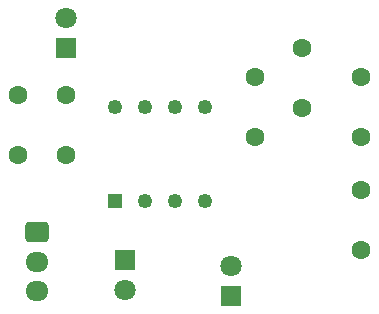
<source format=gbr>
%TF.GenerationSoftware,KiCad,Pcbnew,(6.0.8)*%
%TF.CreationDate,2022-11-16T15:32:54+01:00*%
%TF.ProjectId,l_g_d,6c5f675f-642e-46b6-9963-61645f706362,rev?*%
%TF.SameCoordinates,Original*%
%TF.FileFunction,Copper,L2,Bot*%
%TF.FilePolarity,Positive*%
%FSLAX46Y46*%
G04 Gerber Fmt 4.6, Leading zero omitted, Abs format (unit mm)*
G04 Created by KiCad (PCBNEW (6.0.8)) date 2022-11-16 15:32:54*
%MOMM*%
%LPD*%
G01*
G04 APERTURE LIST*
G04 Aperture macros list*
%AMRoundRect*
0 Rectangle with rounded corners*
0 $1 Rounding radius*
0 $2 $3 $4 $5 $6 $7 $8 $9 X,Y pos of 4 corners*
0 Add a 4 corners polygon primitive as box body*
4,1,4,$2,$3,$4,$5,$6,$7,$8,$9,$2,$3,0*
0 Add four circle primitives for the rounded corners*
1,1,$1+$1,$2,$3*
1,1,$1+$1,$4,$5*
1,1,$1+$1,$6,$7*
1,1,$1+$1,$8,$9*
0 Add four rect primitives between the rounded corners*
20,1,$1+$1,$2,$3,$4,$5,0*
20,1,$1+$1,$4,$5,$6,$7,0*
20,1,$1+$1,$6,$7,$8,$9,0*
20,1,$1+$1,$8,$9,$2,$3,0*%
G04 Aperture macros list end*
%TA.AperFunction,ComponentPad*%
%ADD10RoundRect,0.250000X-0.725000X0.600000X-0.725000X-0.600000X0.725000X-0.600000X0.725000X0.600000X0*%
%TD*%
%TA.AperFunction,ComponentPad*%
%ADD11O,1.950000X1.700000*%
%TD*%
%TA.AperFunction,ComponentPad*%
%ADD12R,1.800000X1.800000*%
%TD*%
%TA.AperFunction,ComponentPad*%
%ADD13C,1.800000*%
%TD*%
%TA.AperFunction,ComponentPad*%
%ADD14C,1.600000*%
%TD*%
%TA.AperFunction,ComponentPad*%
%ADD15R,1.250000X1.250000*%
%TD*%
%TA.AperFunction,ComponentPad*%
%ADD16C,1.250000*%
%TD*%
G04 APERTURE END LIST*
D10*
%TO.P,J1,1,Pin_1*%
%TO.N,VCC*%
X133525000Y-82600000D03*
D11*
%TO.P,J1,2,Pin_2*%
%TO.N,Net-(J1-Pad2)*%
X133525000Y-85100000D03*
%TO.P,J1,3,Pin_3*%
%TO.N,GND*%
X133525000Y-87600000D03*
%TD*%
D12*
%TO.P,Q1,1,C*%
%TO.N,Net-(Q1-Pad1)*%
X141000000Y-85000000D03*
D13*
%TO.P,Q1,2,E*%
%TO.N,GND*%
X141000000Y-87540000D03*
%TD*%
D14*
%TO.P,RD2,1*%
%TO.N,Net-(RD1-Pad2)*%
X161000000Y-79000000D03*
%TO.P,RD2,2*%
%TO.N,GND*%
X161000000Y-84080000D03*
%TD*%
%TO.P,RD1,1*%
%TO.N,VCC*%
X161000000Y-69465000D03*
%TO.P,RD1,2*%
%TO.N,Net-(RD1-Pad2)*%
X161000000Y-74545000D03*
%TD*%
D12*
%TO.P,D1,1,K*%
%TO.N,Net-(D1-Pad1)*%
X136000000Y-67000000D03*
D13*
%TO.P,D1,2,A*%
%TO.N,VCC*%
X136000000Y-64460000D03*
%TD*%
D15*
%TO.P,U1,1,1OUT*%
%TO.N,Net-(J1-Pad2)*%
X140190000Y-79970000D03*
D16*
%TO.P,U1,2,1IN\u2212*%
%TO.N,Net-(RD1-Pad2)*%
X142730000Y-79970000D03*
%TO.P,U1,3,1IN+*%
%TO.N,Net-(Q1-Pad1)*%
X145270000Y-79970000D03*
%TO.P,U1,4,GND*%
%TO.N,GND*%
X147810000Y-79970000D03*
%TO.P,U1,5*%
%TO.N,N/C*%
X147810000Y-72030000D03*
%TO.P,U1,6*%
X145270000Y-72030000D03*
%TO.P,U1,7*%
X142730000Y-72030000D03*
%TO.P,U1,8,VCC*%
%TO.N,VCC*%
X140190000Y-72030000D03*
%TD*%
D14*
%TO.P,R3,1*%
%TO.N,Net-(Q1-Pad1)*%
X152000000Y-74535000D03*
%TO.P,R3,2*%
%TO.N,VCC*%
X152000000Y-69455000D03*
%TD*%
D12*
%TO.P,IRLED1,1,K*%
%TO.N,GND*%
X150000000Y-88000000D03*
D13*
%TO.P,IRLED1,2,A*%
%TO.N,Net-(IRLED1-Pad2)*%
X150000000Y-85460000D03*
%TD*%
D14*
%TO.P,R_IR_D1,1*%
%TO.N,VCC*%
X156000000Y-67000000D03*
%TO.P,R_IR_D1,2*%
%TO.N,Net-(IRLED1-Pad2)*%
X156000000Y-72080000D03*
%TD*%
%TO.P,R4,1*%
%TO.N,VCC*%
X132000000Y-71000000D03*
%TO.P,R4,2*%
%TO.N,Net-(J1-Pad2)*%
X132000000Y-76080000D03*
%TD*%
%TO.P,R_D1,1*%
%TO.N,Net-(D1-Pad1)*%
X136000000Y-71000000D03*
%TO.P,R_D1,2*%
%TO.N,Net-(J1-Pad2)*%
X136000000Y-76080000D03*
%TD*%
M02*

</source>
